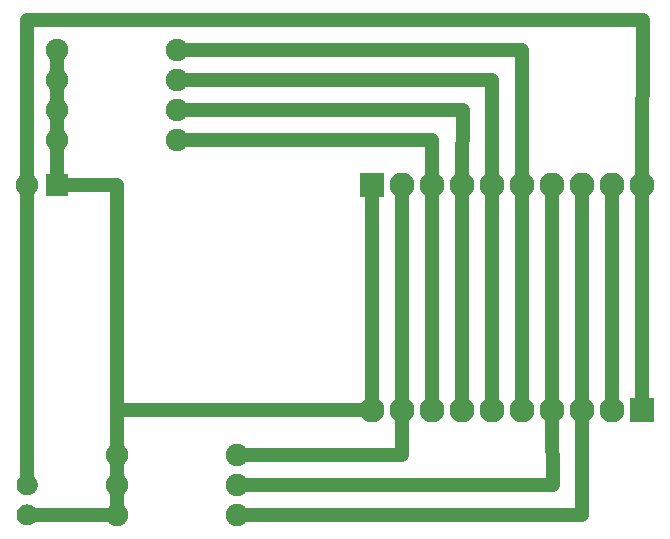
<source format=gtl>
G04 MADE WITH FRITZING*
G04 WWW.FRITZING.ORG*
G04 DOUBLE SIDED*
G04 HOLES PLATED*
G04 CONTOUR ON CENTER OF CONTOUR VECTOR*
%ASAXBY*%
%FSLAX23Y23*%
%MOIN*%
%OFA0B0*%
%SFA1.0B1.0*%
%ADD10C,0.083307*%
%ADD11C,0.075000*%
%ADD12C,0.070000*%
%ADD13R,0.083307X0.083307*%
%ADD14R,0.075000X0.075000*%
%ADD15C,0.048000*%
%ADD16R,0.001000X0.001000*%
%LNCOPPER1*%
G90*
G70*
G54D10*
X2241Y519D03*
X2141Y519D03*
X2041Y519D03*
X1941Y519D03*
X1841Y519D03*
X1741Y519D03*
X1641Y519D03*
X1541Y519D03*
X1441Y519D03*
X1341Y519D03*
X1341Y1269D03*
X1441Y1269D03*
X1541Y1269D03*
X1641Y1269D03*
X1741Y1269D03*
X1841Y1269D03*
X1941Y1269D03*
X2041Y1269D03*
X2141Y1269D03*
X2241Y1269D03*
G54D11*
X291Y1719D03*
X691Y1719D03*
X291Y1619D03*
X691Y1619D03*
X291Y1519D03*
X691Y1519D03*
X291Y1419D03*
X691Y1419D03*
X491Y369D03*
X891Y369D03*
X491Y169D03*
X891Y169D03*
X491Y269D03*
X891Y269D03*
G54D12*
X191Y269D03*
X191Y169D03*
G54D11*
X291Y1269D03*
X191Y1269D03*
G54D13*
X2241Y519D03*
X1341Y1269D03*
G54D14*
X291Y1269D03*
G54D15*
X1841Y552D02*
X1841Y1236D01*
D02*
X1941Y552D02*
X1941Y1236D01*
D02*
X2041Y552D02*
X2041Y1236D01*
D02*
X2141Y552D02*
X2141Y1236D01*
D02*
X2241Y552D02*
X2241Y1236D01*
D02*
X1541Y1420D02*
X1541Y1302D01*
D02*
X720Y1419D02*
X1541Y1420D01*
D02*
X1642Y1519D02*
X1641Y1302D01*
D02*
X720Y1519D02*
X1642Y1519D01*
D02*
X1741Y1618D02*
X1741Y1302D01*
D02*
X1341Y552D02*
X1341Y1236D01*
D02*
X1441Y552D02*
X1441Y1236D01*
D02*
X1541Y552D02*
X1541Y1236D01*
D02*
X1641Y552D02*
X1641Y1236D01*
D02*
X1741Y552D02*
X1741Y1236D01*
D02*
X291Y1297D02*
X291Y1390D01*
D02*
X2242Y1818D02*
X191Y1818D01*
D02*
X191Y1818D02*
X191Y1297D01*
D02*
X2241Y1302D02*
X2242Y1818D01*
D02*
X291Y1690D02*
X291Y1647D01*
D02*
X291Y1590D02*
X291Y1547D01*
D02*
X291Y1490D02*
X291Y1447D01*
D02*
X720Y1619D02*
X1741Y1618D01*
D02*
X1841Y1720D02*
X1841Y1302D01*
D02*
X720Y1719D02*
X1841Y1720D01*
D02*
X1441Y369D02*
X920Y369D01*
D02*
X1441Y486D02*
X1441Y369D01*
D02*
X491Y519D02*
X491Y397D01*
D02*
X1309Y519D02*
X491Y519D01*
D02*
X491Y1269D02*
X491Y397D01*
D02*
X320Y1269D02*
X491Y1269D01*
D02*
X1942Y269D02*
X1941Y486D01*
D02*
X920Y269D02*
X1942Y269D01*
D02*
X2041Y168D02*
X2041Y486D01*
D02*
X920Y169D02*
X2041Y168D01*
D02*
X191Y1240D02*
X191Y295D01*
D02*
X491Y340D02*
X491Y297D01*
D02*
X491Y240D02*
X491Y197D01*
D02*
X463Y169D02*
X217Y169D01*
G54D16*
X188Y304D02*
X193Y304D01*
X183Y303D02*
X199Y303D01*
X180Y302D02*
X202Y302D01*
X177Y301D02*
X204Y301D01*
X175Y300D02*
X207Y300D01*
X173Y299D02*
X208Y299D01*
X172Y298D02*
X210Y298D01*
X170Y297D02*
X211Y297D01*
X169Y296D02*
X213Y296D01*
X168Y295D02*
X214Y295D01*
X167Y294D02*
X215Y294D01*
X166Y293D02*
X216Y293D01*
X165Y292D02*
X217Y292D01*
X164Y291D02*
X218Y291D01*
X163Y290D02*
X218Y290D01*
X163Y289D02*
X219Y289D01*
X162Y288D02*
X220Y288D01*
X161Y287D02*
X220Y287D01*
X161Y286D02*
X221Y286D01*
X160Y285D02*
X221Y285D01*
X160Y284D02*
X188Y284D01*
X194Y284D02*
X222Y284D01*
X159Y283D02*
X184Y283D01*
X198Y283D02*
X222Y283D01*
X159Y282D02*
X182Y282D01*
X199Y282D02*
X223Y282D01*
X159Y281D02*
X181Y281D01*
X201Y281D02*
X223Y281D01*
X158Y280D02*
X180Y280D01*
X202Y280D02*
X223Y280D01*
X158Y279D02*
X179Y279D01*
X203Y279D02*
X224Y279D01*
X158Y278D02*
X178Y278D01*
X203Y278D02*
X224Y278D01*
X157Y277D02*
X177Y277D01*
X204Y277D02*
X224Y277D01*
X157Y276D02*
X177Y276D01*
X205Y276D02*
X225Y276D01*
X157Y275D02*
X176Y275D01*
X205Y275D02*
X225Y275D01*
X157Y274D02*
X176Y274D01*
X206Y274D02*
X225Y274D01*
X157Y273D02*
X176Y273D01*
X206Y273D02*
X225Y273D01*
X156Y272D02*
X176Y272D01*
X206Y272D02*
X225Y272D01*
X156Y271D02*
X175Y271D01*
X206Y271D02*
X225Y271D01*
X156Y270D02*
X175Y270D01*
X206Y270D02*
X225Y270D01*
X156Y269D02*
X175Y269D01*
X206Y269D02*
X225Y269D01*
X156Y268D02*
X175Y268D01*
X206Y268D02*
X225Y268D01*
X156Y267D02*
X175Y267D01*
X206Y267D02*
X225Y267D01*
X156Y266D02*
X176Y266D01*
X206Y266D02*
X225Y266D01*
X157Y265D02*
X176Y265D01*
X206Y265D02*
X225Y265D01*
X157Y264D02*
X176Y264D01*
X206Y264D02*
X225Y264D01*
X157Y263D02*
X176Y263D01*
X205Y263D02*
X225Y263D01*
X157Y262D02*
X177Y262D01*
X205Y262D02*
X224Y262D01*
X157Y261D02*
X178Y261D01*
X204Y261D02*
X224Y261D01*
X158Y260D02*
X178Y260D01*
X203Y260D02*
X224Y260D01*
X158Y259D02*
X179Y259D01*
X202Y259D02*
X224Y259D01*
X158Y258D02*
X180Y258D01*
X201Y258D02*
X223Y258D01*
X159Y257D02*
X182Y257D01*
X200Y257D02*
X223Y257D01*
X159Y256D02*
X183Y256D01*
X199Y256D02*
X222Y256D01*
X160Y255D02*
X185Y255D01*
X196Y255D02*
X222Y255D01*
X160Y254D02*
X222Y254D01*
X160Y253D02*
X221Y253D01*
X161Y252D02*
X221Y252D01*
X162Y251D02*
X220Y251D01*
X162Y250D02*
X219Y250D01*
X163Y249D02*
X219Y249D01*
X164Y248D02*
X218Y248D01*
X164Y247D02*
X217Y247D01*
X165Y246D02*
X216Y246D01*
X166Y245D02*
X216Y245D01*
X167Y244D02*
X215Y244D01*
X168Y243D02*
X213Y243D01*
X169Y242D02*
X212Y242D01*
X171Y241D02*
X211Y241D01*
X172Y240D02*
X209Y240D01*
X174Y239D02*
X208Y239D01*
X176Y238D02*
X206Y238D01*
X178Y237D02*
X204Y237D01*
X181Y236D02*
X201Y236D01*
X184Y235D02*
X197Y235D01*
X188Y204D02*
X194Y204D01*
X183Y203D02*
X199Y203D01*
X180Y202D02*
X202Y202D01*
X177Y201D02*
X204Y201D01*
X175Y200D02*
X207Y200D01*
X173Y199D02*
X208Y199D01*
X172Y198D02*
X210Y198D01*
X170Y197D02*
X211Y197D01*
X169Y196D02*
X213Y196D01*
X168Y195D02*
X214Y195D01*
X167Y194D02*
X215Y194D01*
X166Y193D02*
X216Y193D01*
X165Y192D02*
X217Y192D01*
X164Y191D02*
X218Y191D01*
X163Y190D02*
X218Y190D01*
X163Y189D02*
X219Y189D01*
X162Y188D02*
X220Y188D01*
X161Y187D02*
X220Y187D01*
X161Y186D02*
X221Y186D01*
X160Y185D02*
X221Y185D01*
X160Y184D02*
X187Y184D01*
X194Y184D02*
X222Y184D01*
X159Y183D02*
X184Y183D01*
X198Y183D02*
X222Y183D01*
X159Y182D02*
X182Y182D01*
X199Y182D02*
X223Y182D01*
X159Y181D02*
X181Y181D01*
X201Y181D02*
X223Y181D01*
X158Y180D02*
X180Y180D01*
X202Y180D02*
X223Y180D01*
X158Y179D02*
X179Y179D01*
X203Y179D02*
X224Y179D01*
X158Y178D02*
X178Y178D01*
X203Y178D02*
X224Y178D01*
X157Y177D02*
X177Y177D01*
X204Y177D02*
X224Y177D01*
X157Y176D02*
X177Y176D01*
X205Y176D02*
X225Y176D01*
X157Y175D02*
X176Y175D01*
X205Y175D02*
X225Y175D01*
X157Y174D02*
X176Y174D01*
X206Y174D02*
X225Y174D01*
X157Y173D02*
X176Y173D01*
X206Y173D02*
X225Y173D01*
X156Y172D02*
X176Y172D01*
X206Y172D02*
X225Y172D01*
X156Y171D02*
X175Y171D01*
X206Y171D02*
X225Y171D01*
X156Y170D02*
X175Y170D01*
X206Y170D02*
X225Y170D01*
X156Y169D02*
X175Y169D01*
X206Y169D02*
X225Y169D01*
X156Y168D02*
X175Y168D01*
X206Y168D02*
X225Y168D01*
X156Y167D02*
X175Y167D01*
X206Y167D02*
X225Y167D01*
X156Y166D02*
X176Y166D01*
X206Y166D02*
X225Y166D01*
X157Y165D02*
X176Y165D01*
X206Y165D02*
X225Y165D01*
X157Y164D02*
X176Y164D01*
X205Y164D02*
X225Y164D01*
X157Y163D02*
X176Y163D01*
X205Y163D02*
X225Y163D01*
X157Y162D02*
X177Y162D01*
X205Y162D02*
X224Y162D01*
X157Y161D02*
X178Y161D01*
X204Y161D02*
X224Y161D01*
X158Y160D02*
X178Y160D01*
X203Y160D02*
X224Y160D01*
X158Y159D02*
X179Y159D01*
X202Y159D02*
X224Y159D01*
X158Y158D02*
X180Y158D01*
X201Y158D02*
X223Y158D01*
X159Y157D02*
X182Y157D01*
X200Y157D02*
X223Y157D01*
X159Y156D02*
X183Y156D01*
X199Y156D02*
X222Y156D01*
X160Y155D02*
X185Y155D01*
X196Y155D02*
X222Y155D01*
X160Y154D02*
X222Y154D01*
X160Y153D02*
X221Y153D01*
X161Y152D02*
X221Y152D01*
X162Y151D02*
X220Y151D01*
X162Y150D02*
X219Y150D01*
X163Y149D02*
X219Y149D01*
X164Y148D02*
X218Y148D01*
X164Y147D02*
X217Y147D01*
X165Y146D02*
X216Y146D01*
X166Y145D02*
X216Y145D01*
X167Y144D02*
X215Y144D01*
X168Y143D02*
X213Y143D01*
X169Y142D02*
X212Y142D01*
X171Y141D02*
X211Y141D01*
X172Y140D02*
X209Y140D01*
X174Y139D02*
X208Y139D01*
X176Y138D02*
X206Y138D01*
X178Y137D02*
X203Y137D01*
X181Y136D02*
X201Y136D01*
X185Y135D02*
X197Y135D01*
D02*
G04 End of Copper1*
M02*
</source>
